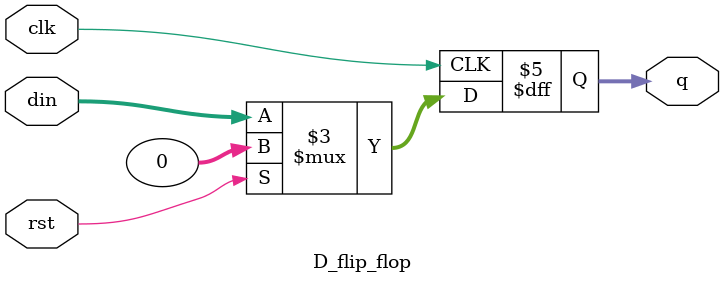
<source format=v>
`timescale 1ns / 1ps


module D_flip_flop(
    input wire clk, rst,
    input wire [31:0] din,
    output reg [31:0] q
    );

    always@(posedge clk) begin
        if(rst)
            q <= 32'b0;
        else 
            q <= din;
    end
endmodule

</source>
